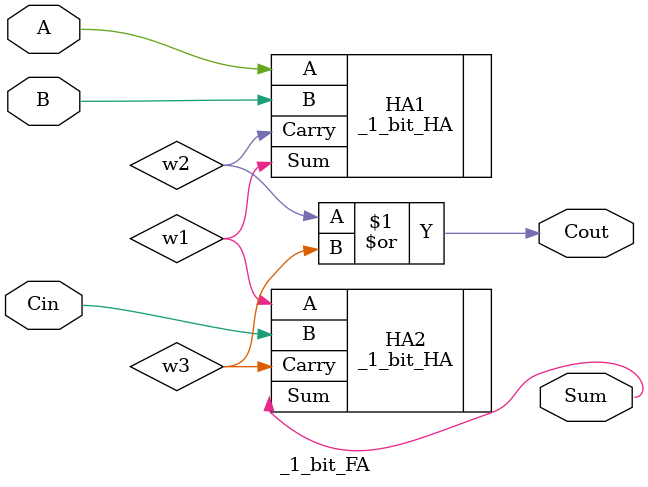
<source format=v>
module _1_bit_FA(A,B,Cin,Sum,Cout);
input A,B,Cin;
output Cout, Sum;
wire w1,w2,w3;


_1_bit_HA HA1(.A(A), .B(B), .Sum(w1), . Carry(w2));
_1_bit_HA HA2(.Sum(Sum), .Carry(w3), .B(Cin), .A(w1));


or or3(Cout,w2,w3);

endmodule

</source>
